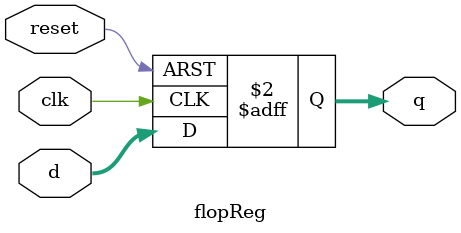
<source format=sv>
module flopReg #(parameter WIDTH = 64)
	    (input  logic 	      clk, reset,
	     input  logic [WIDTH-1:0] d,
	     output logic [WIDTH-1:0] q);
					
	always_ff @(posedge clk, posedge reset)
		if (reset) q <= 0;
		else q <= d;
	
endmodule 

</source>
